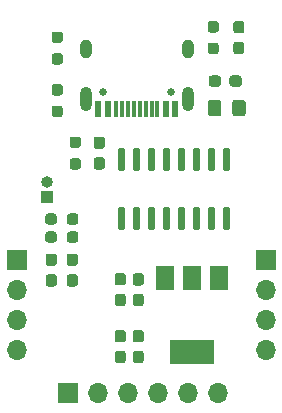
<source format=gbr>
%TF.GenerationSoftware,KiCad,Pcbnew,(5.1.9-0-10_14)*%
%TF.CreationDate,2021-02-02T14:33:23+08:00*%
%TF.ProjectId,WCH_Link,5743485f-4c69-46e6-9b2e-6b696361645f,rev?*%
%TF.SameCoordinates,Original*%
%TF.FileFunction,Soldermask,Top*%
%TF.FilePolarity,Negative*%
%FSLAX46Y46*%
G04 Gerber Fmt 4.6, Leading zero omitted, Abs format (unit mm)*
G04 Created by KiCad (PCBNEW (5.1.9-0-10_14)) date 2021-02-02 14:33:23*
%MOMM*%
%LPD*%
G01*
G04 APERTURE LIST*
%ADD10O,1.700000X1.700000*%
%ADD11R,1.700000X1.700000*%
%ADD12R,1.500000X2.000000*%
%ADD13R,3.800000X2.000000*%
%ADD14O,1.000000X1.000000*%
%ADD15R,1.000000X1.000000*%
%ADD16R,0.600000X1.450000*%
%ADD17R,0.300000X1.450000*%
%ADD18O,1.000000X2.100000*%
%ADD19C,0.650000*%
%ADD20O,1.000000X1.600000*%
G04 APERTURE END LIST*
D10*
%TO.C,REF\u002A\u002A*%
X131699000Y-68834000D03*
X129159000Y-68834000D03*
X126619000Y-68834000D03*
X124079000Y-68834000D03*
X121539000Y-68834000D03*
D11*
X118999000Y-68834000D03*
%TD*%
%TO.C,REF\u002A\u002A*%
X114681000Y-57531000D03*
D10*
X114681000Y-60071000D03*
X114681000Y-62611000D03*
X114681000Y-65151000D03*
%TD*%
%TO.C,REF\u002A\u002A*%
X135763000Y-65151000D03*
X135763000Y-62611000D03*
X135763000Y-60071000D03*
D11*
X135763000Y-57531000D03*
%TD*%
D12*
%TO.C,U2*%
X131840000Y-59080000D03*
X127240000Y-59080000D03*
X129540000Y-59080000D03*
D13*
X129540000Y-65380000D03*
%TD*%
%TO.C,U1*%
G36*
G01*
X123721000Y-50062000D02*
X123421000Y-50062000D01*
G75*
G02*
X123271000Y-49912000I0J150000D01*
G01*
X123271000Y-48212000D01*
G75*
G02*
X123421000Y-48062000I150000J0D01*
G01*
X123721000Y-48062000D01*
G75*
G02*
X123871000Y-48212000I0J-150000D01*
G01*
X123871000Y-49912000D01*
G75*
G02*
X123721000Y-50062000I-150000J0D01*
G01*
G37*
G36*
G01*
X124991000Y-50062000D02*
X124691000Y-50062000D01*
G75*
G02*
X124541000Y-49912000I0J150000D01*
G01*
X124541000Y-48212000D01*
G75*
G02*
X124691000Y-48062000I150000J0D01*
G01*
X124991000Y-48062000D01*
G75*
G02*
X125141000Y-48212000I0J-150000D01*
G01*
X125141000Y-49912000D01*
G75*
G02*
X124991000Y-50062000I-150000J0D01*
G01*
G37*
G36*
G01*
X126261000Y-50062000D02*
X125961000Y-50062000D01*
G75*
G02*
X125811000Y-49912000I0J150000D01*
G01*
X125811000Y-48212000D01*
G75*
G02*
X125961000Y-48062000I150000J0D01*
G01*
X126261000Y-48062000D01*
G75*
G02*
X126411000Y-48212000I0J-150000D01*
G01*
X126411000Y-49912000D01*
G75*
G02*
X126261000Y-50062000I-150000J0D01*
G01*
G37*
G36*
G01*
X127531000Y-50062000D02*
X127231000Y-50062000D01*
G75*
G02*
X127081000Y-49912000I0J150000D01*
G01*
X127081000Y-48212000D01*
G75*
G02*
X127231000Y-48062000I150000J0D01*
G01*
X127531000Y-48062000D01*
G75*
G02*
X127681000Y-48212000I0J-150000D01*
G01*
X127681000Y-49912000D01*
G75*
G02*
X127531000Y-50062000I-150000J0D01*
G01*
G37*
G36*
G01*
X128801000Y-50062000D02*
X128501000Y-50062000D01*
G75*
G02*
X128351000Y-49912000I0J150000D01*
G01*
X128351000Y-48212000D01*
G75*
G02*
X128501000Y-48062000I150000J0D01*
G01*
X128801000Y-48062000D01*
G75*
G02*
X128951000Y-48212000I0J-150000D01*
G01*
X128951000Y-49912000D01*
G75*
G02*
X128801000Y-50062000I-150000J0D01*
G01*
G37*
G36*
G01*
X130071000Y-50062000D02*
X129771000Y-50062000D01*
G75*
G02*
X129621000Y-49912000I0J150000D01*
G01*
X129621000Y-48212000D01*
G75*
G02*
X129771000Y-48062000I150000J0D01*
G01*
X130071000Y-48062000D01*
G75*
G02*
X130221000Y-48212000I0J-150000D01*
G01*
X130221000Y-49912000D01*
G75*
G02*
X130071000Y-50062000I-150000J0D01*
G01*
G37*
G36*
G01*
X131341000Y-50062000D02*
X131041000Y-50062000D01*
G75*
G02*
X130891000Y-49912000I0J150000D01*
G01*
X130891000Y-48212000D01*
G75*
G02*
X131041000Y-48062000I150000J0D01*
G01*
X131341000Y-48062000D01*
G75*
G02*
X131491000Y-48212000I0J-150000D01*
G01*
X131491000Y-49912000D01*
G75*
G02*
X131341000Y-50062000I-150000J0D01*
G01*
G37*
G36*
G01*
X132611000Y-50062000D02*
X132311000Y-50062000D01*
G75*
G02*
X132161000Y-49912000I0J150000D01*
G01*
X132161000Y-48212000D01*
G75*
G02*
X132311000Y-48062000I150000J0D01*
G01*
X132611000Y-48062000D01*
G75*
G02*
X132761000Y-48212000I0J-150000D01*
G01*
X132761000Y-49912000D01*
G75*
G02*
X132611000Y-50062000I-150000J0D01*
G01*
G37*
G36*
G01*
X132611000Y-55062000D02*
X132311000Y-55062000D01*
G75*
G02*
X132161000Y-54912000I0J150000D01*
G01*
X132161000Y-53212000D01*
G75*
G02*
X132311000Y-53062000I150000J0D01*
G01*
X132611000Y-53062000D01*
G75*
G02*
X132761000Y-53212000I0J-150000D01*
G01*
X132761000Y-54912000D01*
G75*
G02*
X132611000Y-55062000I-150000J0D01*
G01*
G37*
G36*
G01*
X131341000Y-55062000D02*
X131041000Y-55062000D01*
G75*
G02*
X130891000Y-54912000I0J150000D01*
G01*
X130891000Y-53212000D01*
G75*
G02*
X131041000Y-53062000I150000J0D01*
G01*
X131341000Y-53062000D01*
G75*
G02*
X131491000Y-53212000I0J-150000D01*
G01*
X131491000Y-54912000D01*
G75*
G02*
X131341000Y-55062000I-150000J0D01*
G01*
G37*
G36*
G01*
X130071000Y-55062000D02*
X129771000Y-55062000D01*
G75*
G02*
X129621000Y-54912000I0J150000D01*
G01*
X129621000Y-53212000D01*
G75*
G02*
X129771000Y-53062000I150000J0D01*
G01*
X130071000Y-53062000D01*
G75*
G02*
X130221000Y-53212000I0J-150000D01*
G01*
X130221000Y-54912000D01*
G75*
G02*
X130071000Y-55062000I-150000J0D01*
G01*
G37*
G36*
G01*
X128801000Y-55062000D02*
X128501000Y-55062000D01*
G75*
G02*
X128351000Y-54912000I0J150000D01*
G01*
X128351000Y-53212000D01*
G75*
G02*
X128501000Y-53062000I150000J0D01*
G01*
X128801000Y-53062000D01*
G75*
G02*
X128951000Y-53212000I0J-150000D01*
G01*
X128951000Y-54912000D01*
G75*
G02*
X128801000Y-55062000I-150000J0D01*
G01*
G37*
G36*
G01*
X127531000Y-55062000D02*
X127231000Y-55062000D01*
G75*
G02*
X127081000Y-54912000I0J150000D01*
G01*
X127081000Y-53212000D01*
G75*
G02*
X127231000Y-53062000I150000J0D01*
G01*
X127531000Y-53062000D01*
G75*
G02*
X127681000Y-53212000I0J-150000D01*
G01*
X127681000Y-54912000D01*
G75*
G02*
X127531000Y-55062000I-150000J0D01*
G01*
G37*
G36*
G01*
X126261000Y-55062000D02*
X125961000Y-55062000D01*
G75*
G02*
X125811000Y-54912000I0J150000D01*
G01*
X125811000Y-53212000D01*
G75*
G02*
X125961000Y-53062000I150000J0D01*
G01*
X126261000Y-53062000D01*
G75*
G02*
X126411000Y-53212000I0J-150000D01*
G01*
X126411000Y-54912000D01*
G75*
G02*
X126261000Y-55062000I-150000J0D01*
G01*
G37*
G36*
G01*
X124991000Y-55062000D02*
X124691000Y-55062000D01*
G75*
G02*
X124541000Y-54912000I0J150000D01*
G01*
X124541000Y-53212000D01*
G75*
G02*
X124691000Y-53062000I150000J0D01*
G01*
X124991000Y-53062000D01*
G75*
G02*
X125141000Y-53212000I0J-150000D01*
G01*
X125141000Y-54912000D01*
G75*
G02*
X124991000Y-55062000I-150000J0D01*
G01*
G37*
G36*
G01*
X123721000Y-55062000D02*
X123421000Y-55062000D01*
G75*
G02*
X123271000Y-54912000I0J150000D01*
G01*
X123271000Y-53212000D01*
G75*
G02*
X123421000Y-53062000I150000J0D01*
G01*
X123721000Y-53062000D01*
G75*
G02*
X123871000Y-53212000I0J-150000D01*
G01*
X123871000Y-54912000D01*
G75*
G02*
X123721000Y-55062000I-150000J0D01*
G01*
G37*
%TD*%
%TO.C,R6*%
G36*
G01*
X118916000Y-54339500D02*
X118916000Y-53864500D01*
G75*
G02*
X119153500Y-53627000I237500J0D01*
G01*
X119653500Y-53627000D01*
G75*
G02*
X119891000Y-53864500I0J-237500D01*
G01*
X119891000Y-54339500D01*
G75*
G02*
X119653500Y-54577000I-237500J0D01*
G01*
X119153500Y-54577000D01*
G75*
G02*
X118916000Y-54339500I0J237500D01*
G01*
G37*
G36*
G01*
X117091000Y-54339500D02*
X117091000Y-53864500D01*
G75*
G02*
X117328500Y-53627000I237500J0D01*
G01*
X117828500Y-53627000D01*
G75*
G02*
X118066000Y-53864500I0J-237500D01*
G01*
X118066000Y-54339500D01*
G75*
G02*
X117828500Y-54577000I-237500J0D01*
G01*
X117328500Y-54577000D01*
G75*
G02*
X117091000Y-54339500I0J237500D01*
G01*
G37*
%TD*%
%TO.C,R5*%
G36*
G01*
X118916000Y-55863500D02*
X118916000Y-55388500D01*
G75*
G02*
X119153500Y-55151000I237500J0D01*
G01*
X119653500Y-55151000D01*
G75*
G02*
X119891000Y-55388500I0J-237500D01*
G01*
X119891000Y-55863500D01*
G75*
G02*
X119653500Y-56101000I-237500J0D01*
G01*
X119153500Y-56101000D01*
G75*
G02*
X118916000Y-55863500I0J237500D01*
G01*
G37*
G36*
G01*
X117091000Y-55863500D02*
X117091000Y-55388500D01*
G75*
G02*
X117328500Y-55151000I237500J0D01*
G01*
X117828500Y-55151000D01*
G75*
G02*
X118066000Y-55388500I0J-237500D01*
G01*
X118066000Y-55863500D01*
G75*
G02*
X117828500Y-56101000I-237500J0D01*
G01*
X117328500Y-56101000D01*
G75*
G02*
X117091000Y-55863500I0J237500D01*
G01*
G37*
%TD*%
%TO.C,R4*%
G36*
G01*
X118347500Y-43644000D02*
X117872500Y-43644000D01*
G75*
G02*
X117635000Y-43406500I0J237500D01*
G01*
X117635000Y-42906500D01*
G75*
G02*
X117872500Y-42669000I237500J0D01*
G01*
X118347500Y-42669000D01*
G75*
G02*
X118585000Y-42906500I0J-237500D01*
G01*
X118585000Y-43406500D01*
G75*
G02*
X118347500Y-43644000I-237500J0D01*
G01*
G37*
G36*
G01*
X118347500Y-45469000D02*
X117872500Y-45469000D01*
G75*
G02*
X117635000Y-45231500I0J237500D01*
G01*
X117635000Y-44731500D01*
G75*
G02*
X117872500Y-44494000I237500J0D01*
G01*
X118347500Y-44494000D01*
G75*
G02*
X118585000Y-44731500I0J-237500D01*
G01*
X118585000Y-45231500D01*
G75*
G02*
X118347500Y-45469000I-237500J0D01*
G01*
G37*
%TD*%
%TO.C,R3*%
G36*
G01*
X117872500Y-40049000D02*
X118347500Y-40049000D01*
G75*
G02*
X118585000Y-40286500I0J-237500D01*
G01*
X118585000Y-40786500D01*
G75*
G02*
X118347500Y-41024000I-237500J0D01*
G01*
X117872500Y-41024000D01*
G75*
G02*
X117635000Y-40786500I0J237500D01*
G01*
X117635000Y-40286500D01*
G75*
G02*
X117872500Y-40049000I237500J0D01*
G01*
G37*
G36*
G01*
X117872500Y-38224000D02*
X118347500Y-38224000D01*
G75*
G02*
X118585000Y-38461500I0J-237500D01*
G01*
X118585000Y-38961500D01*
G75*
G02*
X118347500Y-39199000I-237500J0D01*
G01*
X117872500Y-39199000D01*
G75*
G02*
X117635000Y-38961500I0J237500D01*
G01*
X117635000Y-38461500D01*
G75*
G02*
X117872500Y-38224000I237500J0D01*
G01*
G37*
%TD*%
%TO.C,R2*%
G36*
G01*
X131080500Y-39160000D02*
X131555500Y-39160000D01*
G75*
G02*
X131793000Y-39397500I0J-237500D01*
G01*
X131793000Y-39897500D01*
G75*
G02*
X131555500Y-40135000I-237500J0D01*
G01*
X131080500Y-40135000D01*
G75*
G02*
X130843000Y-39897500I0J237500D01*
G01*
X130843000Y-39397500D01*
G75*
G02*
X131080500Y-39160000I237500J0D01*
G01*
G37*
G36*
G01*
X131080500Y-37335000D02*
X131555500Y-37335000D01*
G75*
G02*
X131793000Y-37572500I0J-237500D01*
G01*
X131793000Y-38072500D01*
G75*
G02*
X131555500Y-38310000I-237500J0D01*
G01*
X131080500Y-38310000D01*
G75*
G02*
X130843000Y-38072500I0J237500D01*
G01*
X130843000Y-37572500D01*
G75*
G02*
X131080500Y-37335000I237500J0D01*
G01*
G37*
%TD*%
%TO.C,R1*%
G36*
G01*
X119396500Y-48939000D02*
X119871500Y-48939000D01*
G75*
G02*
X120109000Y-49176500I0J-237500D01*
G01*
X120109000Y-49676500D01*
G75*
G02*
X119871500Y-49914000I-237500J0D01*
G01*
X119396500Y-49914000D01*
G75*
G02*
X119159000Y-49676500I0J237500D01*
G01*
X119159000Y-49176500D01*
G75*
G02*
X119396500Y-48939000I237500J0D01*
G01*
G37*
G36*
G01*
X119396500Y-47114000D02*
X119871500Y-47114000D01*
G75*
G02*
X120109000Y-47351500I0J-237500D01*
G01*
X120109000Y-47851500D01*
G75*
G02*
X119871500Y-48089000I-237500J0D01*
G01*
X119396500Y-48089000D01*
G75*
G02*
X119159000Y-47851500I0J237500D01*
G01*
X119159000Y-47351500D01*
G75*
G02*
X119396500Y-47114000I237500J0D01*
G01*
G37*
%TD*%
D14*
%TO.C,J2*%
X117221000Y-50927000D03*
D15*
X117221000Y-52197000D03*
%TD*%
D16*
%TO.C,J1*%
X121591000Y-44812000D03*
X122391000Y-44812000D03*
X127291000Y-44812000D03*
X128091000Y-44812000D03*
X128091000Y-44812000D03*
X127291000Y-44812000D03*
X122391000Y-44812000D03*
X121591000Y-44812000D03*
D17*
X126591000Y-44812000D03*
X126091000Y-44812000D03*
X125591000Y-44812000D03*
X124591000Y-44812000D03*
X124091000Y-44812000D03*
X123591000Y-44812000D03*
X123091000Y-44812000D03*
X125091000Y-44812000D03*
D18*
X120521000Y-43897000D03*
X129161000Y-43897000D03*
D19*
X127731000Y-43367000D03*
D20*
X129161000Y-39717000D03*
D19*
X121951000Y-43367000D03*
D20*
X120521000Y-39717000D03*
%TD*%
%TO.C,F1*%
G36*
G01*
X132011000Y-44253999D02*
X132011000Y-45154001D01*
G75*
G02*
X131761001Y-45404000I-249999J0D01*
G01*
X131110999Y-45404000D01*
G75*
G02*
X130861000Y-45154001I0J249999D01*
G01*
X130861000Y-44253999D01*
G75*
G02*
X131110999Y-44004000I249999J0D01*
G01*
X131761001Y-44004000D01*
G75*
G02*
X132011000Y-44253999I0J-249999D01*
G01*
G37*
G36*
G01*
X134061000Y-44253999D02*
X134061000Y-45154001D01*
G75*
G02*
X133811001Y-45404000I-249999J0D01*
G01*
X133160999Y-45404000D01*
G75*
G02*
X132911000Y-45154001I0J249999D01*
G01*
X132911000Y-44253999D01*
G75*
G02*
X133160999Y-44004000I249999J0D01*
G01*
X133811001Y-44004000D01*
G75*
G02*
X134061000Y-44253999I0J-249999D01*
G01*
G37*
%TD*%
%TO.C,D2*%
G36*
G01*
X117364500Y-58770000D02*
X117839500Y-58770000D01*
G75*
G02*
X118077000Y-59007500I0J-237500D01*
G01*
X118077000Y-59582500D01*
G75*
G02*
X117839500Y-59820000I-237500J0D01*
G01*
X117364500Y-59820000D01*
G75*
G02*
X117127000Y-59582500I0J237500D01*
G01*
X117127000Y-59007500D01*
G75*
G02*
X117364500Y-58770000I237500J0D01*
G01*
G37*
G36*
G01*
X117364500Y-57020000D02*
X117839500Y-57020000D01*
G75*
G02*
X118077000Y-57257500I0J-237500D01*
G01*
X118077000Y-57832500D01*
G75*
G02*
X117839500Y-58070000I-237500J0D01*
G01*
X117364500Y-58070000D01*
G75*
G02*
X117127000Y-57832500I0J237500D01*
G01*
X117127000Y-57257500D01*
G75*
G02*
X117364500Y-57020000I237500J0D01*
G01*
G37*
%TD*%
%TO.C,D1*%
G36*
G01*
X119142500Y-58770000D02*
X119617500Y-58770000D01*
G75*
G02*
X119855000Y-59007500I0J-237500D01*
G01*
X119855000Y-59582500D01*
G75*
G02*
X119617500Y-59820000I-237500J0D01*
G01*
X119142500Y-59820000D01*
G75*
G02*
X118905000Y-59582500I0J237500D01*
G01*
X118905000Y-59007500D01*
G75*
G02*
X119142500Y-58770000I237500J0D01*
G01*
G37*
G36*
G01*
X119142500Y-57020000D02*
X119617500Y-57020000D01*
G75*
G02*
X119855000Y-57257500I0J-237500D01*
G01*
X119855000Y-57832500D01*
G75*
G02*
X119617500Y-58070000I-237500J0D01*
G01*
X119142500Y-58070000D01*
G75*
G02*
X118905000Y-57832500I0J237500D01*
G01*
X118905000Y-57257500D01*
G75*
G02*
X119142500Y-57020000I237500J0D01*
G01*
G37*
%TD*%
%TO.C,C7*%
G36*
G01*
X123206500Y-65247000D02*
X123681500Y-65247000D01*
G75*
G02*
X123919000Y-65484500I0J-237500D01*
G01*
X123919000Y-66059500D01*
G75*
G02*
X123681500Y-66297000I-237500J0D01*
G01*
X123206500Y-66297000D01*
G75*
G02*
X122969000Y-66059500I0J237500D01*
G01*
X122969000Y-65484500D01*
G75*
G02*
X123206500Y-65247000I237500J0D01*
G01*
G37*
G36*
G01*
X123206500Y-63497000D02*
X123681500Y-63497000D01*
G75*
G02*
X123919000Y-63734500I0J-237500D01*
G01*
X123919000Y-64309500D01*
G75*
G02*
X123681500Y-64547000I-237500J0D01*
G01*
X123206500Y-64547000D01*
G75*
G02*
X122969000Y-64309500I0J237500D01*
G01*
X122969000Y-63734500D01*
G75*
G02*
X123206500Y-63497000I237500J0D01*
G01*
G37*
%TD*%
%TO.C,C6*%
G36*
G01*
X124730500Y-65247000D02*
X125205500Y-65247000D01*
G75*
G02*
X125443000Y-65484500I0J-237500D01*
G01*
X125443000Y-66059500D01*
G75*
G02*
X125205500Y-66297000I-237500J0D01*
G01*
X124730500Y-66297000D01*
G75*
G02*
X124493000Y-66059500I0J237500D01*
G01*
X124493000Y-65484500D01*
G75*
G02*
X124730500Y-65247000I237500J0D01*
G01*
G37*
G36*
G01*
X124730500Y-63497000D02*
X125205500Y-63497000D01*
G75*
G02*
X125443000Y-63734500I0J-237500D01*
G01*
X125443000Y-64309500D01*
G75*
G02*
X125205500Y-64547000I-237500J0D01*
G01*
X124730500Y-64547000D01*
G75*
G02*
X124493000Y-64309500I0J237500D01*
G01*
X124493000Y-63734500D01*
G75*
G02*
X124730500Y-63497000I237500J0D01*
G01*
G37*
%TD*%
%TO.C,C5*%
G36*
G01*
X121903500Y-48164000D02*
X121428500Y-48164000D01*
G75*
G02*
X121191000Y-47926500I0J237500D01*
G01*
X121191000Y-47351500D01*
G75*
G02*
X121428500Y-47114000I237500J0D01*
G01*
X121903500Y-47114000D01*
G75*
G02*
X122141000Y-47351500I0J-237500D01*
G01*
X122141000Y-47926500D01*
G75*
G02*
X121903500Y-48164000I-237500J0D01*
G01*
G37*
G36*
G01*
X121903500Y-49914000D02*
X121428500Y-49914000D01*
G75*
G02*
X121191000Y-49676500I0J237500D01*
G01*
X121191000Y-49101500D01*
G75*
G02*
X121428500Y-48864000I237500J0D01*
G01*
X121903500Y-48864000D01*
G75*
G02*
X122141000Y-49101500I0J-237500D01*
G01*
X122141000Y-49676500D01*
G75*
G02*
X121903500Y-49914000I-237500J0D01*
G01*
G37*
%TD*%
%TO.C,C4*%
G36*
G01*
X131984000Y-42180500D02*
X131984000Y-42655500D01*
G75*
G02*
X131746500Y-42893000I-237500J0D01*
G01*
X131171500Y-42893000D01*
G75*
G02*
X130934000Y-42655500I0J237500D01*
G01*
X130934000Y-42180500D01*
G75*
G02*
X131171500Y-41943000I237500J0D01*
G01*
X131746500Y-41943000D01*
G75*
G02*
X131984000Y-42180500I0J-237500D01*
G01*
G37*
G36*
G01*
X133734000Y-42180500D02*
X133734000Y-42655500D01*
G75*
G02*
X133496500Y-42893000I-237500J0D01*
G01*
X132921500Y-42893000D01*
G75*
G02*
X132684000Y-42655500I0J237500D01*
G01*
X132684000Y-42180500D01*
G75*
G02*
X132921500Y-41943000I237500J0D01*
G01*
X133496500Y-41943000D01*
G75*
G02*
X133734000Y-42180500I0J-237500D01*
G01*
G37*
%TD*%
%TO.C,C3*%
G36*
G01*
X124730500Y-60435000D02*
X125205500Y-60435000D01*
G75*
G02*
X125443000Y-60672500I0J-237500D01*
G01*
X125443000Y-61247500D01*
G75*
G02*
X125205500Y-61485000I-237500J0D01*
G01*
X124730500Y-61485000D01*
G75*
G02*
X124493000Y-61247500I0J237500D01*
G01*
X124493000Y-60672500D01*
G75*
G02*
X124730500Y-60435000I237500J0D01*
G01*
G37*
G36*
G01*
X124730500Y-58685000D02*
X125205500Y-58685000D01*
G75*
G02*
X125443000Y-58922500I0J-237500D01*
G01*
X125443000Y-59497500D01*
G75*
G02*
X125205500Y-59735000I-237500J0D01*
G01*
X124730500Y-59735000D01*
G75*
G02*
X124493000Y-59497500I0J237500D01*
G01*
X124493000Y-58922500D01*
G75*
G02*
X124730500Y-58685000I237500J0D01*
G01*
G37*
%TD*%
%TO.C,C2*%
G36*
G01*
X123206500Y-60421000D02*
X123681500Y-60421000D01*
G75*
G02*
X123919000Y-60658500I0J-237500D01*
G01*
X123919000Y-61233500D01*
G75*
G02*
X123681500Y-61471000I-237500J0D01*
G01*
X123206500Y-61471000D01*
G75*
G02*
X122969000Y-61233500I0J237500D01*
G01*
X122969000Y-60658500D01*
G75*
G02*
X123206500Y-60421000I237500J0D01*
G01*
G37*
G36*
G01*
X123206500Y-58671000D02*
X123681500Y-58671000D01*
G75*
G02*
X123919000Y-58908500I0J-237500D01*
G01*
X123919000Y-59483500D01*
G75*
G02*
X123681500Y-59721000I-237500J0D01*
G01*
X123206500Y-59721000D01*
G75*
G02*
X122969000Y-59483500I0J237500D01*
G01*
X122969000Y-58908500D01*
G75*
G02*
X123206500Y-58671000I237500J0D01*
G01*
G37*
%TD*%
%TO.C,C1*%
G36*
G01*
X133239500Y-39085000D02*
X133714500Y-39085000D01*
G75*
G02*
X133952000Y-39322500I0J-237500D01*
G01*
X133952000Y-39897500D01*
G75*
G02*
X133714500Y-40135000I-237500J0D01*
G01*
X133239500Y-40135000D01*
G75*
G02*
X133002000Y-39897500I0J237500D01*
G01*
X133002000Y-39322500D01*
G75*
G02*
X133239500Y-39085000I237500J0D01*
G01*
G37*
G36*
G01*
X133239500Y-37335000D02*
X133714500Y-37335000D01*
G75*
G02*
X133952000Y-37572500I0J-237500D01*
G01*
X133952000Y-38147500D01*
G75*
G02*
X133714500Y-38385000I-237500J0D01*
G01*
X133239500Y-38385000D01*
G75*
G02*
X133002000Y-38147500I0J237500D01*
G01*
X133002000Y-37572500D01*
G75*
G02*
X133239500Y-37335000I237500J0D01*
G01*
G37*
%TD*%
M02*

</source>
